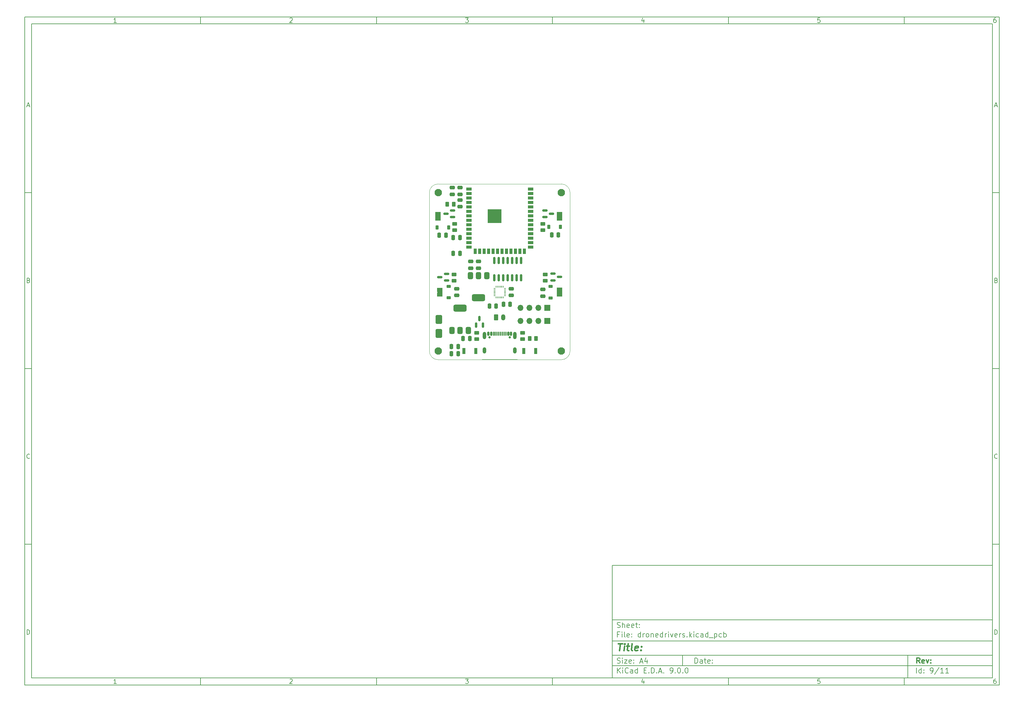
<source format=gbr>
%TF.GenerationSoftware,KiCad,Pcbnew,9.0.0*%
%TF.CreationDate,2025-03-29T01:57:50-05:00*%
%TF.ProjectId,dronedrivers,64726f6e-6564-4726-9976-6572732e6b69,rev?*%
%TF.SameCoordinates,Original*%
%TF.FileFunction,Soldermask,Top*%
%TF.FilePolarity,Negative*%
%FSLAX46Y46*%
G04 Gerber Fmt 4.6, Leading zero omitted, Abs format (unit mm)*
G04 Created by KiCad (PCBNEW 9.0.0) date 2025-03-29 01:57:50*
%MOMM*%
%LPD*%
G01*
G04 APERTURE LIST*
G04 Aperture macros list*
%AMRoundRect*
0 Rectangle with rounded corners*
0 $1 Rounding radius*
0 $2 $3 $4 $5 $6 $7 $8 $9 X,Y pos of 4 corners*
0 Add a 4 corners polygon primitive as box body*
4,1,4,$2,$3,$4,$5,$6,$7,$8,$9,$2,$3,0*
0 Add four circle primitives for the rounded corners*
1,1,$1+$1,$2,$3*
1,1,$1+$1,$4,$5*
1,1,$1+$1,$6,$7*
1,1,$1+$1,$8,$9*
0 Add four rect primitives between the rounded corners*
20,1,$1+$1,$2,$3,$4,$5,0*
20,1,$1+$1,$4,$5,$6,$7,0*
20,1,$1+$1,$6,$7,$8,$9,0*
20,1,$1+$1,$8,$9,$2,$3,0*%
%AMFreePoly0*
4,1,6,1.000000,0.000000,0.500000,-0.750000,-0.500000,-0.750000,-0.500000,0.750000,0.500000,0.750000,1.000000,0.000000,1.000000,0.000000,$1*%
%AMFreePoly1*
4,1,6,0.500000,-0.750000,-0.650000,-0.750000,-0.150000,0.000000,-0.650000,0.750000,0.500000,0.750000,0.500000,-0.750000,0.500000,-0.750000,$1*%
G04 Aperture macros list end*
%ADD10C,0.100000*%
%ADD11C,0.150000*%
%ADD12C,0.300000*%
%ADD13C,0.400000*%
%ADD14RoundRect,0.250000X-0.650000X1.000000X-0.650000X-1.000000X0.650000X-1.000000X0.650000X1.000000X0*%
%ADD15RoundRect,0.375000X0.375000X-0.625000X0.375000X0.625000X-0.375000X0.625000X-0.375000X-0.625000X0*%
%ADD16RoundRect,0.500000X1.400000X-0.500000X1.400000X0.500000X-1.400000X0.500000X-1.400000X-0.500000X0*%
%ADD17RoundRect,0.250000X0.262500X0.450000X-0.262500X0.450000X-0.262500X-0.450000X0.262500X-0.450000X0*%
%ADD18RoundRect,0.250000X-0.450000X0.262500X-0.450000X-0.262500X0.450000X-0.262500X0.450000X0.262500X0*%
%ADD19R,0.900000X1.700000*%
%ADD20RoundRect,0.225000X0.225000X0.375000X-0.225000X0.375000X-0.225000X-0.375000X0.225000X-0.375000X0*%
%ADD21RoundRect,0.250000X-0.250000X-0.475000X0.250000X-0.475000X0.250000X0.475000X-0.250000X0.475000X0*%
%ADD22R,1.500000X0.900000*%
%ADD23R,0.900000X1.500000*%
%ADD24C,0.600000*%
%ADD25R,3.900000X3.900000*%
%ADD26O,1.000000X1.800000*%
%ADD27O,1.000000X2.100000*%
%ADD28RoundRect,0.150000X-0.150000X-0.425000X0.150000X-0.425000X0.150000X0.425000X-0.150000X0.425000X0*%
%ADD29RoundRect,0.075000X-0.075000X-0.500000X0.075000X-0.500000X0.075000X0.500000X-0.075000X0.500000X0*%
%ADD30C,0.650000*%
%ADD31C,2.100000*%
%ADD32RoundRect,0.150000X0.150000X-0.825000X0.150000X0.825000X-0.150000X0.825000X-0.150000X-0.825000X0*%
%ADD33RoundRect,0.250000X0.475000X-0.250000X0.475000X0.250000X-0.475000X0.250000X-0.475000X-0.250000X0*%
%ADD34FreePoly0,90.000000*%
%ADD35FreePoly1,90.000000*%
%ADD36RoundRect,0.225000X0.375000X-0.225000X0.375000X0.225000X-0.375000X0.225000X-0.375000X-0.225000X0*%
%ADD37R,1.700000X1.700000*%
%ADD38O,1.700000X1.700000*%
%ADD39O,1.200000X1.750000*%
%ADD40RoundRect,0.250000X-0.350000X-0.625000X0.350000X-0.625000X0.350000X0.625000X-0.350000X0.625000X0*%
%ADD41RoundRect,0.150000X0.587500X0.150000X-0.587500X0.150000X-0.587500X-0.150000X0.587500X-0.150000X0*%
%ADD42RoundRect,0.150000X-0.587500X-0.150000X0.587500X-0.150000X0.587500X0.150000X-0.587500X0.150000X0*%
%ADD43RoundRect,0.250000X0.450000X-0.262500X0.450000X0.262500X-0.450000X0.262500X-0.450000X-0.262500X0*%
%ADD44RoundRect,0.150000X0.150000X-0.587500X0.150000X0.587500X-0.150000X0.587500X-0.150000X-0.587500X0*%
%ADD45RoundRect,0.250000X-0.262500X-0.450000X0.262500X-0.450000X0.262500X0.450000X-0.262500X0.450000X0*%
%ADD46RoundRect,0.375000X-0.375000X0.625000X-0.375000X-0.625000X0.375000X-0.625000X0.375000X0.625000X0*%
%ADD47RoundRect,0.500000X-1.400000X0.500000X-1.400000X-0.500000X1.400000X-0.500000X1.400000X0.500000X0*%
%ADD48RoundRect,0.050000X-0.225000X-0.050000X0.225000X-0.050000X0.225000X0.050000X-0.225000X0.050000X0*%
%ADD49RoundRect,0.050000X0.050000X-0.225000X0.050000X0.225000X-0.050000X0.225000X-0.050000X-0.225000X0*%
%ADD50RoundRect,0.250000X-0.475000X0.250000X-0.475000X-0.250000X0.475000X-0.250000X0.475000X0.250000X0*%
%ADD51RoundRect,0.250000X0.250000X0.475000X-0.250000X0.475000X-0.250000X-0.475000X0.250000X-0.475000X0*%
%ADD52RoundRect,0.225000X-0.225000X-0.375000X0.225000X-0.375000X0.225000X0.375000X-0.225000X0.375000X0*%
%TA.AperFunction,Profile*%
%ADD53C,0.050000*%
%TD*%
G04 APERTURE END LIST*
D10*
D11*
X177002200Y-166007200D02*
X285002200Y-166007200D01*
X285002200Y-198007200D01*
X177002200Y-198007200D01*
X177002200Y-166007200D01*
D10*
D11*
X10000000Y-10000000D02*
X287002200Y-10000000D01*
X287002200Y-200007200D01*
X10000000Y-200007200D01*
X10000000Y-10000000D01*
D10*
D11*
X12000000Y-12000000D02*
X285002200Y-12000000D01*
X285002200Y-198007200D01*
X12000000Y-198007200D01*
X12000000Y-12000000D01*
D10*
D11*
X60000000Y-12000000D02*
X60000000Y-10000000D01*
D10*
D11*
X110000000Y-12000000D02*
X110000000Y-10000000D01*
D10*
D11*
X160000000Y-12000000D02*
X160000000Y-10000000D01*
D10*
D11*
X210000000Y-12000000D02*
X210000000Y-10000000D01*
D10*
D11*
X260000000Y-12000000D02*
X260000000Y-10000000D01*
D10*
D11*
X36089160Y-11593604D02*
X35346303Y-11593604D01*
X35717731Y-11593604D02*
X35717731Y-10293604D01*
X35717731Y-10293604D02*
X35593922Y-10479319D01*
X35593922Y-10479319D02*
X35470112Y-10603128D01*
X35470112Y-10603128D02*
X35346303Y-10665033D01*
D10*
D11*
X85346303Y-10417414D02*
X85408207Y-10355509D01*
X85408207Y-10355509D02*
X85532017Y-10293604D01*
X85532017Y-10293604D02*
X85841541Y-10293604D01*
X85841541Y-10293604D02*
X85965350Y-10355509D01*
X85965350Y-10355509D02*
X86027255Y-10417414D01*
X86027255Y-10417414D02*
X86089160Y-10541223D01*
X86089160Y-10541223D02*
X86089160Y-10665033D01*
X86089160Y-10665033D02*
X86027255Y-10850747D01*
X86027255Y-10850747D02*
X85284398Y-11593604D01*
X85284398Y-11593604D02*
X86089160Y-11593604D01*
D10*
D11*
X135284398Y-10293604D02*
X136089160Y-10293604D01*
X136089160Y-10293604D02*
X135655826Y-10788842D01*
X135655826Y-10788842D02*
X135841541Y-10788842D01*
X135841541Y-10788842D02*
X135965350Y-10850747D01*
X135965350Y-10850747D02*
X136027255Y-10912652D01*
X136027255Y-10912652D02*
X136089160Y-11036461D01*
X136089160Y-11036461D02*
X136089160Y-11345985D01*
X136089160Y-11345985D02*
X136027255Y-11469795D01*
X136027255Y-11469795D02*
X135965350Y-11531700D01*
X135965350Y-11531700D02*
X135841541Y-11593604D01*
X135841541Y-11593604D02*
X135470112Y-11593604D01*
X135470112Y-11593604D02*
X135346303Y-11531700D01*
X135346303Y-11531700D02*
X135284398Y-11469795D01*
D10*
D11*
X185965350Y-10726938D02*
X185965350Y-11593604D01*
X185655826Y-10231700D02*
X185346303Y-11160271D01*
X185346303Y-11160271D02*
X186151064Y-11160271D01*
D10*
D11*
X236027255Y-10293604D02*
X235408207Y-10293604D01*
X235408207Y-10293604D02*
X235346303Y-10912652D01*
X235346303Y-10912652D02*
X235408207Y-10850747D01*
X235408207Y-10850747D02*
X235532017Y-10788842D01*
X235532017Y-10788842D02*
X235841541Y-10788842D01*
X235841541Y-10788842D02*
X235965350Y-10850747D01*
X235965350Y-10850747D02*
X236027255Y-10912652D01*
X236027255Y-10912652D02*
X236089160Y-11036461D01*
X236089160Y-11036461D02*
X236089160Y-11345985D01*
X236089160Y-11345985D02*
X236027255Y-11469795D01*
X236027255Y-11469795D02*
X235965350Y-11531700D01*
X235965350Y-11531700D02*
X235841541Y-11593604D01*
X235841541Y-11593604D02*
X235532017Y-11593604D01*
X235532017Y-11593604D02*
X235408207Y-11531700D01*
X235408207Y-11531700D02*
X235346303Y-11469795D01*
D10*
D11*
X285965350Y-10293604D02*
X285717731Y-10293604D01*
X285717731Y-10293604D02*
X285593922Y-10355509D01*
X285593922Y-10355509D02*
X285532017Y-10417414D01*
X285532017Y-10417414D02*
X285408207Y-10603128D01*
X285408207Y-10603128D02*
X285346303Y-10850747D01*
X285346303Y-10850747D02*
X285346303Y-11345985D01*
X285346303Y-11345985D02*
X285408207Y-11469795D01*
X285408207Y-11469795D02*
X285470112Y-11531700D01*
X285470112Y-11531700D02*
X285593922Y-11593604D01*
X285593922Y-11593604D02*
X285841541Y-11593604D01*
X285841541Y-11593604D02*
X285965350Y-11531700D01*
X285965350Y-11531700D02*
X286027255Y-11469795D01*
X286027255Y-11469795D02*
X286089160Y-11345985D01*
X286089160Y-11345985D02*
X286089160Y-11036461D01*
X286089160Y-11036461D02*
X286027255Y-10912652D01*
X286027255Y-10912652D02*
X285965350Y-10850747D01*
X285965350Y-10850747D02*
X285841541Y-10788842D01*
X285841541Y-10788842D02*
X285593922Y-10788842D01*
X285593922Y-10788842D02*
X285470112Y-10850747D01*
X285470112Y-10850747D02*
X285408207Y-10912652D01*
X285408207Y-10912652D02*
X285346303Y-11036461D01*
D10*
D11*
X60000000Y-198007200D02*
X60000000Y-200007200D01*
D10*
D11*
X110000000Y-198007200D02*
X110000000Y-200007200D01*
D10*
D11*
X160000000Y-198007200D02*
X160000000Y-200007200D01*
D10*
D11*
X210000000Y-198007200D02*
X210000000Y-200007200D01*
D10*
D11*
X260000000Y-198007200D02*
X260000000Y-200007200D01*
D10*
D11*
X36089160Y-199600804D02*
X35346303Y-199600804D01*
X35717731Y-199600804D02*
X35717731Y-198300804D01*
X35717731Y-198300804D02*
X35593922Y-198486519D01*
X35593922Y-198486519D02*
X35470112Y-198610328D01*
X35470112Y-198610328D02*
X35346303Y-198672233D01*
D10*
D11*
X85346303Y-198424614D02*
X85408207Y-198362709D01*
X85408207Y-198362709D02*
X85532017Y-198300804D01*
X85532017Y-198300804D02*
X85841541Y-198300804D01*
X85841541Y-198300804D02*
X85965350Y-198362709D01*
X85965350Y-198362709D02*
X86027255Y-198424614D01*
X86027255Y-198424614D02*
X86089160Y-198548423D01*
X86089160Y-198548423D02*
X86089160Y-198672233D01*
X86089160Y-198672233D02*
X86027255Y-198857947D01*
X86027255Y-198857947D02*
X85284398Y-199600804D01*
X85284398Y-199600804D02*
X86089160Y-199600804D01*
D10*
D11*
X135284398Y-198300804D02*
X136089160Y-198300804D01*
X136089160Y-198300804D02*
X135655826Y-198796042D01*
X135655826Y-198796042D02*
X135841541Y-198796042D01*
X135841541Y-198796042D02*
X135965350Y-198857947D01*
X135965350Y-198857947D02*
X136027255Y-198919852D01*
X136027255Y-198919852D02*
X136089160Y-199043661D01*
X136089160Y-199043661D02*
X136089160Y-199353185D01*
X136089160Y-199353185D02*
X136027255Y-199476995D01*
X136027255Y-199476995D02*
X135965350Y-199538900D01*
X135965350Y-199538900D02*
X135841541Y-199600804D01*
X135841541Y-199600804D02*
X135470112Y-199600804D01*
X135470112Y-199600804D02*
X135346303Y-199538900D01*
X135346303Y-199538900D02*
X135284398Y-199476995D01*
D10*
D11*
X185965350Y-198734138D02*
X185965350Y-199600804D01*
X185655826Y-198238900D02*
X185346303Y-199167471D01*
X185346303Y-199167471D02*
X186151064Y-199167471D01*
D10*
D11*
X236027255Y-198300804D02*
X235408207Y-198300804D01*
X235408207Y-198300804D02*
X235346303Y-198919852D01*
X235346303Y-198919852D02*
X235408207Y-198857947D01*
X235408207Y-198857947D02*
X235532017Y-198796042D01*
X235532017Y-198796042D02*
X235841541Y-198796042D01*
X235841541Y-198796042D02*
X235965350Y-198857947D01*
X235965350Y-198857947D02*
X236027255Y-198919852D01*
X236027255Y-198919852D02*
X236089160Y-199043661D01*
X236089160Y-199043661D02*
X236089160Y-199353185D01*
X236089160Y-199353185D02*
X236027255Y-199476995D01*
X236027255Y-199476995D02*
X235965350Y-199538900D01*
X235965350Y-199538900D02*
X235841541Y-199600804D01*
X235841541Y-199600804D02*
X235532017Y-199600804D01*
X235532017Y-199600804D02*
X235408207Y-199538900D01*
X235408207Y-199538900D02*
X235346303Y-199476995D01*
D10*
D11*
X285965350Y-198300804D02*
X285717731Y-198300804D01*
X285717731Y-198300804D02*
X285593922Y-198362709D01*
X285593922Y-198362709D02*
X285532017Y-198424614D01*
X285532017Y-198424614D02*
X285408207Y-198610328D01*
X285408207Y-198610328D02*
X285346303Y-198857947D01*
X285346303Y-198857947D02*
X285346303Y-199353185D01*
X285346303Y-199353185D02*
X285408207Y-199476995D01*
X285408207Y-199476995D02*
X285470112Y-199538900D01*
X285470112Y-199538900D02*
X285593922Y-199600804D01*
X285593922Y-199600804D02*
X285841541Y-199600804D01*
X285841541Y-199600804D02*
X285965350Y-199538900D01*
X285965350Y-199538900D02*
X286027255Y-199476995D01*
X286027255Y-199476995D02*
X286089160Y-199353185D01*
X286089160Y-199353185D02*
X286089160Y-199043661D01*
X286089160Y-199043661D02*
X286027255Y-198919852D01*
X286027255Y-198919852D02*
X285965350Y-198857947D01*
X285965350Y-198857947D02*
X285841541Y-198796042D01*
X285841541Y-198796042D02*
X285593922Y-198796042D01*
X285593922Y-198796042D02*
X285470112Y-198857947D01*
X285470112Y-198857947D02*
X285408207Y-198919852D01*
X285408207Y-198919852D02*
X285346303Y-199043661D01*
D10*
D11*
X10000000Y-60000000D02*
X12000000Y-60000000D01*
D10*
D11*
X10000000Y-110000000D02*
X12000000Y-110000000D01*
D10*
D11*
X10000000Y-160000000D02*
X12000000Y-160000000D01*
D10*
D11*
X10690476Y-35222176D02*
X11309523Y-35222176D01*
X10566666Y-35593604D02*
X10999999Y-34293604D01*
X10999999Y-34293604D02*
X11433333Y-35593604D01*
D10*
D11*
X11092857Y-84912652D02*
X11278571Y-84974557D01*
X11278571Y-84974557D02*
X11340476Y-85036461D01*
X11340476Y-85036461D02*
X11402380Y-85160271D01*
X11402380Y-85160271D02*
X11402380Y-85345985D01*
X11402380Y-85345985D02*
X11340476Y-85469795D01*
X11340476Y-85469795D02*
X11278571Y-85531700D01*
X11278571Y-85531700D02*
X11154761Y-85593604D01*
X11154761Y-85593604D02*
X10659523Y-85593604D01*
X10659523Y-85593604D02*
X10659523Y-84293604D01*
X10659523Y-84293604D02*
X11092857Y-84293604D01*
X11092857Y-84293604D02*
X11216666Y-84355509D01*
X11216666Y-84355509D02*
X11278571Y-84417414D01*
X11278571Y-84417414D02*
X11340476Y-84541223D01*
X11340476Y-84541223D02*
X11340476Y-84665033D01*
X11340476Y-84665033D02*
X11278571Y-84788842D01*
X11278571Y-84788842D02*
X11216666Y-84850747D01*
X11216666Y-84850747D02*
X11092857Y-84912652D01*
X11092857Y-84912652D02*
X10659523Y-84912652D01*
D10*
D11*
X11402380Y-135469795D02*
X11340476Y-135531700D01*
X11340476Y-135531700D02*
X11154761Y-135593604D01*
X11154761Y-135593604D02*
X11030952Y-135593604D01*
X11030952Y-135593604D02*
X10845238Y-135531700D01*
X10845238Y-135531700D02*
X10721428Y-135407890D01*
X10721428Y-135407890D02*
X10659523Y-135284080D01*
X10659523Y-135284080D02*
X10597619Y-135036461D01*
X10597619Y-135036461D02*
X10597619Y-134850747D01*
X10597619Y-134850747D02*
X10659523Y-134603128D01*
X10659523Y-134603128D02*
X10721428Y-134479319D01*
X10721428Y-134479319D02*
X10845238Y-134355509D01*
X10845238Y-134355509D02*
X11030952Y-134293604D01*
X11030952Y-134293604D02*
X11154761Y-134293604D01*
X11154761Y-134293604D02*
X11340476Y-134355509D01*
X11340476Y-134355509D02*
X11402380Y-134417414D01*
D10*
D11*
X10659523Y-185593604D02*
X10659523Y-184293604D01*
X10659523Y-184293604D02*
X10969047Y-184293604D01*
X10969047Y-184293604D02*
X11154761Y-184355509D01*
X11154761Y-184355509D02*
X11278571Y-184479319D01*
X11278571Y-184479319D02*
X11340476Y-184603128D01*
X11340476Y-184603128D02*
X11402380Y-184850747D01*
X11402380Y-184850747D02*
X11402380Y-185036461D01*
X11402380Y-185036461D02*
X11340476Y-185284080D01*
X11340476Y-185284080D02*
X11278571Y-185407890D01*
X11278571Y-185407890D02*
X11154761Y-185531700D01*
X11154761Y-185531700D02*
X10969047Y-185593604D01*
X10969047Y-185593604D02*
X10659523Y-185593604D01*
D10*
D11*
X287002200Y-60000000D02*
X285002200Y-60000000D01*
D10*
D11*
X287002200Y-110000000D02*
X285002200Y-110000000D01*
D10*
D11*
X287002200Y-160000000D02*
X285002200Y-160000000D01*
D10*
D11*
X285692676Y-35222176D02*
X286311723Y-35222176D01*
X285568866Y-35593604D02*
X286002199Y-34293604D01*
X286002199Y-34293604D02*
X286435533Y-35593604D01*
D10*
D11*
X286095057Y-84912652D02*
X286280771Y-84974557D01*
X286280771Y-84974557D02*
X286342676Y-85036461D01*
X286342676Y-85036461D02*
X286404580Y-85160271D01*
X286404580Y-85160271D02*
X286404580Y-85345985D01*
X286404580Y-85345985D02*
X286342676Y-85469795D01*
X286342676Y-85469795D02*
X286280771Y-85531700D01*
X286280771Y-85531700D02*
X286156961Y-85593604D01*
X286156961Y-85593604D02*
X285661723Y-85593604D01*
X285661723Y-85593604D02*
X285661723Y-84293604D01*
X285661723Y-84293604D02*
X286095057Y-84293604D01*
X286095057Y-84293604D02*
X286218866Y-84355509D01*
X286218866Y-84355509D02*
X286280771Y-84417414D01*
X286280771Y-84417414D02*
X286342676Y-84541223D01*
X286342676Y-84541223D02*
X286342676Y-84665033D01*
X286342676Y-84665033D02*
X286280771Y-84788842D01*
X286280771Y-84788842D02*
X286218866Y-84850747D01*
X286218866Y-84850747D02*
X286095057Y-84912652D01*
X286095057Y-84912652D02*
X285661723Y-84912652D01*
D10*
D11*
X286404580Y-135469795D02*
X286342676Y-135531700D01*
X286342676Y-135531700D02*
X286156961Y-135593604D01*
X286156961Y-135593604D02*
X286033152Y-135593604D01*
X286033152Y-135593604D02*
X285847438Y-135531700D01*
X285847438Y-135531700D02*
X285723628Y-135407890D01*
X285723628Y-135407890D02*
X285661723Y-135284080D01*
X285661723Y-135284080D02*
X285599819Y-135036461D01*
X285599819Y-135036461D02*
X285599819Y-134850747D01*
X285599819Y-134850747D02*
X285661723Y-134603128D01*
X285661723Y-134603128D02*
X285723628Y-134479319D01*
X285723628Y-134479319D02*
X285847438Y-134355509D01*
X285847438Y-134355509D02*
X286033152Y-134293604D01*
X286033152Y-134293604D02*
X286156961Y-134293604D01*
X286156961Y-134293604D02*
X286342676Y-134355509D01*
X286342676Y-134355509D02*
X286404580Y-134417414D01*
D10*
D11*
X285661723Y-185593604D02*
X285661723Y-184293604D01*
X285661723Y-184293604D02*
X285971247Y-184293604D01*
X285971247Y-184293604D02*
X286156961Y-184355509D01*
X286156961Y-184355509D02*
X286280771Y-184479319D01*
X286280771Y-184479319D02*
X286342676Y-184603128D01*
X286342676Y-184603128D02*
X286404580Y-184850747D01*
X286404580Y-184850747D02*
X286404580Y-185036461D01*
X286404580Y-185036461D02*
X286342676Y-185284080D01*
X286342676Y-185284080D02*
X286280771Y-185407890D01*
X286280771Y-185407890D02*
X286156961Y-185531700D01*
X286156961Y-185531700D02*
X285971247Y-185593604D01*
X285971247Y-185593604D02*
X285661723Y-185593604D01*
D10*
D11*
X200458026Y-193793328D02*
X200458026Y-192293328D01*
X200458026Y-192293328D02*
X200815169Y-192293328D01*
X200815169Y-192293328D02*
X201029455Y-192364757D01*
X201029455Y-192364757D02*
X201172312Y-192507614D01*
X201172312Y-192507614D02*
X201243741Y-192650471D01*
X201243741Y-192650471D02*
X201315169Y-192936185D01*
X201315169Y-192936185D02*
X201315169Y-193150471D01*
X201315169Y-193150471D02*
X201243741Y-193436185D01*
X201243741Y-193436185D02*
X201172312Y-193579042D01*
X201172312Y-193579042D02*
X201029455Y-193721900D01*
X201029455Y-193721900D02*
X200815169Y-193793328D01*
X200815169Y-193793328D02*
X200458026Y-193793328D01*
X202600884Y-193793328D02*
X202600884Y-193007614D01*
X202600884Y-193007614D02*
X202529455Y-192864757D01*
X202529455Y-192864757D02*
X202386598Y-192793328D01*
X202386598Y-192793328D02*
X202100884Y-192793328D01*
X202100884Y-192793328D02*
X201958026Y-192864757D01*
X202600884Y-193721900D02*
X202458026Y-193793328D01*
X202458026Y-193793328D02*
X202100884Y-193793328D01*
X202100884Y-193793328D02*
X201958026Y-193721900D01*
X201958026Y-193721900D02*
X201886598Y-193579042D01*
X201886598Y-193579042D02*
X201886598Y-193436185D01*
X201886598Y-193436185D02*
X201958026Y-193293328D01*
X201958026Y-193293328D02*
X202100884Y-193221900D01*
X202100884Y-193221900D02*
X202458026Y-193221900D01*
X202458026Y-193221900D02*
X202600884Y-193150471D01*
X203100884Y-192793328D02*
X203672312Y-192793328D01*
X203315169Y-192293328D02*
X203315169Y-193579042D01*
X203315169Y-193579042D02*
X203386598Y-193721900D01*
X203386598Y-193721900D02*
X203529455Y-193793328D01*
X203529455Y-193793328D02*
X203672312Y-193793328D01*
X204743741Y-193721900D02*
X204600884Y-193793328D01*
X204600884Y-193793328D02*
X204315170Y-193793328D01*
X204315170Y-193793328D02*
X204172312Y-193721900D01*
X204172312Y-193721900D02*
X204100884Y-193579042D01*
X204100884Y-193579042D02*
X204100884Y-193007614D01*
X204100884Y-193007614D02*
X204172312Y-192864757D01*
X204172312Y-192864757D02*
X204315170Y-192793328D01*
X204315170Y-192793328D02*
X204600884Y-192793328D01*
X204600884Y-192793328D02*
X204743741Y-192864757D01*
X204743741Y-192864757D02*
X204815170Y-193007614D01*
X204815170Y-193007614D02*
X204815170Y-193150471D01*
X204815170Y-193150471D02*
X204100884Y-193293328D01*
X205458026Y-193650471D02*
X205529455Y-193721900D01*
X205529455Y-193721900D02*
X205458026Y-193793328D01*
X205458026Y-193793328D02*
X205386598Y-193721900D01*
X205386598Y-193721900D02*
X205458026Y-193650471D01*
X205458026Y-193650471D02*
X205458026Y-193793328D01*
X205458026Y-192864757D02*
X205529455Y-192936185D01*
X205529455Y-192936185D02*
X205458026Y-193007614D01*
X205458026Y-193007614D02*
X205386598Y-192936185D01*
X205386598Y-192936185D02*
X205458026Y-192864757D01*
X205458026Y-192864757D02*
X205458026Y-193007614D01*
D10*
D11*
X177002200Y-194507200D02*
X285002200Y-194507200D01*
D10*
D11*
X178458026Y-196593328D02*
X178458026Y-195093328D01*
X179315169Y-196593328D02*
X178672312Y-195736185D01*
X179315169Y-195093328D02*
X178458026Y-195950471D01*
X179958026Y-196593328D02*
X179958026Y-195593328D01*
X179958026Y-195093328D02*
X179886598Y-195164757D01*
X179886598Y-195164757D02*
X179958026Y-195236185D01*
X179958026Y-195236185D02*
X180029455Y-195164757D01*
X180029455Y-195164757D02*
X179958026Y-195093328D01*
X179958026Y-195093328D02*
X179958026Y-195236185D01*
X181529455Y-196450471D02*
X181458027Y-196521900D01*
X181458027Y-196521900D02*
X181243741Y-196593328D01*
X181243741Y-196593328D02*
X181100884Y-196593328D01*
X181100884Y-196593328D02*
X180886598Y-196521900D01*
X180886598Y-196521900D02*
X180743741Y-196379042D01*
X180743741Y-196379042D02*
X180672312Y-196236185D01*
X180672312Y-196236185D02*
X180600884Y-195950471D01*
X180600884Y-195950471D02*
X180600884Y-195736185D01*
X180600884Y-195736185D02*
X180672312Y-195450471D01*
X180672312Y-195450471D02*
X180743741Y-195307614D01*
X180743741Y-195307614D02*
X180886598Y-195164757D01*
X180886598Y-195164757D02*
X181100884Y-195093328D01*
X181100884Y-195093328D02*
X181243741Y-195093328D01*
X181243741Y-195093328D02*
X181458027Y-195164757D01*
X181458027Y-195164757D02*
X181529455Y-195236185D01*
X182815170Y-196593328D02*
X182815170Y-195807614D01*
X182815170Y-195807614D02*
X182743741Y-195664757D01*
X182743741Y-195664757D02*
X182600884Y-195593328D01*
X182600884Y-195593328D02*
X182315170Y-195593328D01*
X182315170Y-195593328D02*
X182172312Y-195664757D01*
X182815170Y-196521900D02*
X182672312Y-196593328D01*
X182672312Y-196593328D02*
X182315170Y-196593328D01*
X182315170Y-196593328D02*
X182172312Y-196521900D01*
X182172312Y-196521900D02*
X182100884Y-196379042D01*
X182100884Y-196379042D02*
X182100884Y-196236185D01*
X182100884Y-196236185D02*
X182172312Y-196093328D01*
X182172312Y-196093328D02*
X182315170Y-196021900D01*
X182315170Y-196021900D02*
X182672312Y-196021900D01*
X182672312Y-196021900D02*
X182815170Y-195950471D01*
X184172313Y-196593328D02*
X184172313Y-195093328D01*
X184172313Y-196521900D02*
X184029455Y-196593328D01*
X184029455Y-196593328D02*
X183743741Y-196593328D01*
X183743741Y-196593328D02*
X183600884Y-196521900D01*
X183600884Y-196521900D02*
X183529455Y-196450471D01*
X183529455Y-196450471D02*
X183458027Y-196307614D01*
X183458027Y-196307614D02*
X183458027Y-195879042D01*
X183458027Y-195879042D02*
X183529455Y-195736185D01*
X183529455Y-195736185D02*
X183600884Y-195664757D01*
X183600884Y-195664757D02*
X183743741Y-195593328D01*
X183743741Y-195593328D02*
X184029455Y-195593328D01*
X184029455Y-195593328D02*
X184172313Y-195664757D01*
X186029455Y-195807614D02*
X186529455Y-195807614D01*
X186743741Y-196593328D02*
X186029455Y-196593328D01*
X186029455Y-196593328D02*
X186029455Y-195093328D01*
X186029455Y-195093328D02*
X186743741Y-195093328D01*
X187386598Y-196450471D02*
X187458027Y-196521900D01*
X187458027Y-196521900D02*
X187386598Y-196593328D01*
X187386598Y-196593328D02*
X187315170Y-196521900D01*
X187315170Y-196521900D02*
X187386598Y-196450471D01*
X187386598Y-196450471D02*
X187386598Y-196593328D01*
X188100884Y-196593328D02*
X188100884Y-195093328D01*
X188100884Y-195093328D02*
X188458027Y-195093328D01*
X188458027Y-195093328D02*
X188672313Y-195164757D01*
X188672313Y-195164757D02*
X188815170Y-195307614D01*
X188815170Y-195307614D02*
X188886599Y-195450471D01*
X188886599Y-195450471D02*
X188958027Y-195736185D01*
X188958027Y-195736185D02*
X188958027Y-195950471D01*
X188958027Y-195950471D02*
X188886599Y-196236185D01*
X188886599Y-196236185D02*
X188815170Y-196379042D01*
X188815170Y-196379042D02*
X188672313Y-196521900D01*
X188672313Y-196521900D02*
X188458027Y-196593328D01*
X188458027Y-196593328D02*
X188100884Y-196593328D01*
X189600884Y-196450471D02*
X189672313Y-196521900D01*
X189672313Y-196521900D02*
X189600884Y-196593328D01*
X189600884Y-196593328D02*
X189529456Y-196521900D01*
X189529456Y-196521900D02*
X189600884Y-196450471D01*
X189600884Y-196450471D02*
X189600884Y-196593328D01*
X190243742Y-196164757D02*
X190958028Y-196164757D01*
X190100885Y-196593328D02*
X190600885Y-195093328D01*
X190600885Y-195093328D02*
X191100885Y-196593328D01*
X191600884Y-196450471D02*
X191672313Y-196521900D01*
X191672313Y-196521900D02*
X191600884Y-196593328D01*
X191600884Y-196593328D02*
X191529456Y-196521900D01*
X191529456Y-196521900D02*
X191600884Y-196450471D01*
X191600884Y-196450471D02*
X191600884Y-196593328D01*
X193529456Y-196593328D02*
X193815170Y-196593328D01*
X193815170Y-196593328D02*
X193958027Y-196521900D01*
X193958027Y-196521900D02*
X194029456Y-196450471D01*
X194029456Y-196450471D02*
X194172313Y-196236185D01*
X194172313Y-196236185D02*
X194243742Y-195950471D01*
X194243742Y-195950471D02*
X194243742Y-195379042D01*
X194243742Y-195379042D02*
X194172313Y-195236185D01*
X194172313Y-195236185D02*
X194100885Y-195164757D01*
X194100885Y-195164757D02*
X193958027Y-195093328D01*
X193958027Y-195093328D02*
X193672313Y-195093328D01*
X193672313Y-195093328D02*
X193529456Y-195164757D01*
X193529456Y-195164757D02*
X193458027Y-195236185D01*
X193458027Y-195236185D02*
X193386599Y-195379042D01*
X193386599Y-195379042D02*
X193386599Y-195736185D01*
X193386599Y-195736185D02*
X193458027Y-195879042D01*
X193458027Y-195879042D02*
X193529456Y-195950471D01*
X193529456Y-195950471D02*
X193672313Y-196021900D01*
X193672313Y-196021900D02*
X193958027Y-196021900D01*
X193958027Y-196021900D02*
X194100885Y-195950471D01*
X194100885Y-195950471D02*
X194172313Y-195879042D01*
X194172313Y-195879042D02*
X194243742Y-195736185D01*
X194886598Y-196450471D02*
X194958027Y-196521900D01*
X194958027Y-196521900D02*
X194886598Y-196593328D01*
X194886598Y-196593328D02*
X194815170Y-196521900D01*
X194815170Y-196521900D02*
X194886598Y-196450471D01*
X194886598Y-196450471D02*
X194886598Y-196593328D01*
X195886599Y-195093328D02*
X196029456Y-195093328D01*
X196029456Y-195093328D02*
X196172313Y-195164757D01*
X196172313Y-195164757D02*
X196243742Y-195236185D01*
X196243742Y-195236185D02*
X196315170Y-195379042D01*
X196315170Y-195379042D02*
X196386599Y-195664757D01*
X196386599Y-195664757D02*
X196386599Y-196021900D01*
X196386599Y-196021900D02*
X196315170Y-196307614D01*
X196315170Y-196307614D02*
X196243742Y-196450471D01*
X196243742Y-196450471D02*
X196172313Y-196521900D01*
X196172313Y-196521900D02*
X196029456Y-196593328D01*
X196029456Y-196593328D02*
X195886599Y-196593328D01*
X195886599Y-196593328D02*
X195743742Y-196521900D01*
X195743742Y-196521900D02*
X195672313Y-196450471D01*
X195672313Y-196450471D02*
X195600884Y-196307614D01*
X195600884Y-196307614D02*
X195529456Y-196021900D01*
X195529456Y-196021900D02*
X195529456Y-195664757D01*
X195529456Y-195664757D02*
X195600884Y-195379042D01*
X195600884Y-195379042D02*
X195672313Y-195236185D01*
X195672313Y-195236185D02*
X195743742Y-195164757D01*
X195743742Y-195164757D02*
X195886599Y-195093328D01*
X197029455Y-196450471D02*
X197100884Y-196521900D01*
X197100884Y-196521900D02*
X197029455Y-196593328D01*
X197029455Y-196593328D02*
X196958027Y-196521900D01*
X196958027Y-196521900D02*
X197029455Y-196450471D01*
X197029455Y-196450471D02*
X197029455Y-196593328D01*
X198029456Y-195093328D02*
X198172313Y-195093328D01*
X198172313Y-195093328D02*
X198315170Y-195164757D01*
X198315170Y-195164757D02*
X198386599Y-195236185D01*
X198386599Y-195236185D02*
X198458027Y-195379042D01*
X198458027Y-195379042D02*
X198529456Y-195664757D01*
X198529456Y-195664757D02*
X198529456Y-196021900D01*
X198529456Y-196021900D02*
X198458027Y-196307614D01*
X198458027Y-196307614D02*
X198386599Y-196450471D01*
X198386599Y-196450471D02*
X198315170Y-196521900D01*
X198315170Y-196521900D02*
X198172313Y-196593328D01*
X198172313Y-196593328D02*
X198029456Y-196593328D01*
X198029456Y-196593328D02*
X197886599Y-196521900D01*
X197886599Y-196521900D02*
X197815170Y-196450471D01*
X197815170Y-196450471D02*
X197743741Y-196307614D01*
X197743741Y-196307614D02*
X197672313Y-196021900D01*
X197672313Y-196021900D02*
X197672313Y-195664757D01*
X197672313Y-195664757D02*
X197743741Y-195379042D01*
X197743741Y-195379042D02*
X197815170Y-195236185D01*
X197815170Y-195236185D02*
X197886599Y-195164757D01*
X197886599Y-195164757D02*
X198029456Y-195093328D01*
D10*
D11*
X177002200Y-191507200D02*
X285002200Y-191507200D01*
D10*
D12*
X264413853Y-193785528D02*
X263913853Y-193071242D01*
X263556710Y-193785528D02*
X263556710Y-192285528D01*
X263556710Y-192285528D02*
X264128139Y-192285528D01*
X264128139Y-192285528D02*
X264270996Y-192356957D01*
X264270996Y-192356957D02*
X264342425Y-192428385D01*
X264342425Y-192428385D02*
X264413853Y-192571242D01*
X264413853Y-192571242D02*
X264413853Y-192785528D01*
X264413853Y-192785528D02*
X264342425Y-192928385D01*
X264342425Y-192928385D02*
X264270996Y-192999814D01*
X264270996Y-192999814D02*
X264128139Y-193071242D01*
X264128139Y-193071242D02*
X263556710Y-193071242D01*
X265628139Y-193714100D02*
X265485282Y-193785528D01*
X265485282Y-193785528D02*
X265199568Y-193785528D01*
X265199568Y-193785528D02*
X265056710Y-193714100D01*
X265056710Y-193714100D02*
X264985282Y-193571242D01*
X264985282Y-193571242D02*
X264985282Y-192999814D01*
X264985282Y-192999814D02*
X265056710Y-192856957D01*
X265056710Y-192856957D02*
X265199568Y-192785528D01*
X265199568Y-192785528D02*
X265485282Y-192785528D01*
X265485282Y-192785528D02*
X265628139Y-192856957D01*
X265628139Y-192856957D02*
X265699568Y-192999814D01*
X265699568Y-192999814D02*
X265699568Y-193142671D01*
X265699568Y-193142671D02*
X264985282Y-193285528D01*
X266199567Y-192785528D02*
X266556710Y-193785528D01*
X266556710Y-193785528D02*
X266913853Y-192785528D01*
X267485281Y-193642671D02*
X267556710Y-193714100D01*
X267556710Y-193714100D02*
X267485281Y-193785528D01*
X267485281Y-193785528D02*
X267413853Y-193714100D01*
X267413853Y-193714100D02*
X267485281Y-193642671D01*
X267485281Y-193642671D02*
X267485281Y-193785528D01*
X267485281Y-192856957D02*
X267556710Y-192928385D01*
X267556710Y-192928385D02*
X267485281Y-192999814D01*
X267485281Y-192999814D02*
X267413853Y-192928385D01*
X267413853Y-192928385D02*
X267485281Y-192856957D01*
X267485281Y-192856957D02*
X267485281Y-192999814D01*
D10*
D11*
X178386598Y-193721900D02*
X178600884Y-193793328D01*
X178600884Y-193793328D02*
X178958026Y-193793328D01*
X178958026Y-193793328D02*
X179100884Y-193721900D01*
X179100884Y-193721900D02*
X179172312Y-193650471D01*
X179172312Y-193650471D02*
X179243741Y-193507614D01*
X179243741Y-193507614D02*
X179243741Y-193364757D01*
X179243741Y-193364757D02*
X179172312Y-193221900D01*
X179172312Y-193221900D02*
X179100884Y-193150471D01*
X179100884Y-193150471D02*
X178958026Y-193079042D01*
X178958026Y-193079042D02*
X178672312Y-193007614D01*
X178672312Y-193007614D02*
X178529455Y-192936185D01*
X178529455Y-192936185D02*
X178458026Y-192864757D01*
X178458026Y-192864757D02*
X178386598Y-192721900D01*
X178386598Y-192721900D02*
X178386598Y-192579042D01*
X178386598Y-192579042D02*
X178458026Y-192436185D01*
X178458026Y-192436185D02*
X178529455Y-192364757D01*
X178529455Y-192364757D02*
X178672312Y-192293328D01*
X178672312Y-192293328D02*
X179029455Y-192293328D01*
X179029455Y-192293328D02*
X179243741Y-192364757D01*
X179886597Y-193793328D02*
X179886597Y-192793328D01*
X179886597Y-192293328D02*
X179815169Y-192364757D01*
X179815169Y-192364757D02*
X179886597Y-192436185D01*
X179886597Y-192436185D02*
X179958026Y-192364757D01*
X179958026Y-192364757D02*
X179886597Y-192293328D01*
X179886597Y-192293328D02*
X179886597Y-192436185D01*
X180458026Y-192793328D02*
X181243741Y-192793328D01*
X181243741Y-192793328D02*
X180458026Y-193793328D01*
X180458026Y-193793328D02*
X181243741Y-193793328D01*
X182386598Y-193721900D02*
X182243741Y-193793328D01*
X182243741Y-193793328D02*
X181958027Y-193793328D01*
X181958027Y-193793328D02*
X181815169Y-193721900D01*
X181815169Y-193721900D02*
X181743741Y-193579042D01*
X181743741Y-193579042D02*
X181743741Y-193007614D01*
X181743741Y-193007614D02*
X181815169Y-192864757D01*
X181815169Y-192864757D02*
X181958027Y-192793328D01*
X181958027Y-192793328D02*
X182243741Y-192793328D01*
X182243741Y-192793328D02*
X182386598Y-192864757D01*
X182386598Y-192864757D02*
X182458027Y-193007614D01*
X182458027Y-193007614D02*
X182458027Y-193150471D01*
X182458027Y-193150471D02*
X181743741Y-193293328D01*
X183100883Y-193650471D02*
X183172312Y-193721900D01*
X183172312Y-193721900D02*
X183100883Y-193793328D01*
X183100883Y-193793328D02*
X183029455Y-193721900D01*
X183029455Y-193721900D02*
X183100883Y-193650471D01*
X183100883Y-193650471D02*
X183100883Y-193793328D01*
X183100883Y-192864757D02*
X183172312Y-192936185D01*
X183172312Y-192936185D02*
X183100883Y-193007614D01*
X183100883Y-193007614D02*
X183029455Y-192936185D01*
X183029455Y-192936185D02*
X183100883Y-192864757D01*
X183100883Y-192864757D02*
X183100883Y-193007614D01*
X184886598Y-193364757D02*
X185600884Y-193364757D01*
X184743741Y-193793328D02*
X185243741Y-192293328D01*
X185243741Y-192293328D02*
X185743741Y-193793328D01*
X186886598Y-192793328D02*
X186886598Y-193793328D01*
X186529455Y-192221900D02*
X186172312Y-193293328D01*
X186172312Y-193293328D02*
X187100883Y-193293328D01*
D10*
D11*
X263458026Y-196593328D02*
X263458026Y-195093328D01*
X264815170Y-196593328D02*
X264815170Y-195093328D01*
X264815170Y-196521900D02*
X264672312Y-196593328D01*
X264672312Y-196593328D02*
X264386598Y-196593328D01*
X264386598Y-196593328D02*
X264243741Y-196521900D01*
X264243741Y-196521900D02*
X264172312Y-196450471D01*
X264172312Y-196450471D02*
X264100884Y-196307614D01*
X264100884Y-196307614D02*
X264100884Y-195879042D01*
X264100884Y-195879042D02*
X264172312Y-195736185D01*
X264172312Y-195736185D02*
X264243741Y-195664757D01*
X264243741Y-195664757D02*
X264386598Y-195593328D01*
X264386598Y-195593328D02*
X264672312Y-195593328D01*
X264672312Y-195593328D02*
X264815170Y-195664757D01*
X265529455Y-196450471D02*
X265600884Y-196521900D01*
X265600884Y-196521900D02*
X265529455Y-196593328D01*
X265529455Y-196593328D02*
X265458027Y-196521900D01*
X265458027Y-196521900D02*
X265529455Y-196450471D01*
X265529455Y-196450471D02*
X265529455Y-196593328D01*
X265529455Y-195664757D02*
X265600884Y-195736185D01*
X265600884Y-195736185D02*
X265529455Y-195807614D01*
X265529455Y-195807614D02*
X265458027Y-195736185D01*
X265458027Y-195736185D02*
X265529455Y-195664757D01*
X265529455Y-195664757D02*
X265529455Y-195807614D01*
X267458027Y-196593328D02*
X267743741Y-196593328D01*
X267743741Y-196593328D02*
X267886598Y-196521900D01*
X267886598Y-196521900D02*
X267958027Y-196450471D01*
X267958027Y-196450471D02*
X268100884Y-196236185D01*
X268100884Y-196236185D02*
X268172313Y-195950471D01*
X268172313Y-195950471D02*
X268172313Y-195379042D01*
X268172313Y-195379042D02*
X268100884Y-195236185D01*
X268100884Y-195236185D02*
X268029456Y-195164757D01*
X268029456Y-195164757D02*
X267886598Y-195093328D01*
X267886598Y-195093328D02*
X267600884Y-195093328D01*
X267600884Y-195093328D02*
X267458027Y-195164757D01*
X267458027Y-195164757D02*
X267386598Y-195236185D01*
X267386598Y-195236185D02*
X267315170Y-195379042D01*
X267315170Y-195379042D02*
X267315170Y-195736185D01*
X267315170Y-195736185D02*
X267386598Y-195879042D01*
X267386598Y-195879042D02*
X267458027Y-195950471D01*
X267458027Y-195950471D02*
X267600884Y-196021900D01*
X267600884Y-196021900D02*
X267886598Y-196021900D01*
X267886598Y-196021900D02*
X268029456Y-195950471D01*
X268029456Y-195950471D02*
X268100884Y-195879042D01*
X268100884Y-195879042D02*
X268172313Y-195736185D01*
X269886598Y-195021900D02*
X268600884Y-196950471D01*
X271172313Y-196593328D02*
X270315170Y-196593328D01*
X270743741Y-196593328D02*
X270743741Y-195093328D01*
X270743741Y-195093328D02*
X270600884Y-195307614D01*
X270600884Y-195307614D02*
X270458027Y-195450471D01*
X270458027Y-195450471D02*
X270315170Y-195521900D01*
X272600884Y-196593328D02*
X271743741Y-196593328D01*
X272172312Y-196593328D02*
X272172312Y-195093328D01*
X272172312Y-195093328D02*
X272029455Y-195307614D01*
X272029455Y-195307614D02*
X271886598Y-195450471D01*
X271886598Y-195450471D02*
X271743741Y-195521900D01*
D10*
D11*
X177002200Y-187507200D02*
X285002200Y-187507200D01*
D10*
D13*
X178693928Y-188211638D02*
X179836785Y-188211638D01*
X179015357Y-190211638D02*
X179265357Y-188211638D01*
X180253452Y-190211638D02*
X180420119Y-188878304D01*
X180503452Y-188211638D02*
X180396309Y-188306876D01*
X180396309Y-188306876D02*
X180479643Y-188402114D01*
X180479643Y-188402114D02*
X180586786Y-188306876D01*
X180586786Y-188306876D02*
X180503452Y-188211638D01*
X180503452Y-188211638D02*
X180479643Y-188402114D01*
X181086786Y-188878304D02*
X181848690Y-188878304D01*
X181455833Y-188211638D02*
X181241548Y-189925923D01*
X181241548Y-189925923D02*
X181312976Y-190116400D01*
X181312976Y-190116400D02*
X181491548Y-190211638D01*
X181491548Y-190211638D02*
X181682024Y-190211638D01*
X182634405Y-190211638D02*
X182455833Y-190116400D01*
X182455833Y-190116400D02*
X182384405Y-189925923D01*
X182384405Y-189925923D02*
X182598690Y-188211638D01*
X184170119Y-190116400D02*
X183967738Y-190211638D01*
X183967738Y-190211638D02*
X183586785Y-190211638D01*
X183586785Y-190211638D02*
X183408214Y-190116400D01*
X183408214Y-190116400D02*
X183336785Y-189925923D01*
X183336785Y-189925923D02*
X183432024Y-189164019D01*
X183432024Y-189164019D02*
X183551071Y-188973542D01*
X183551071Y-188973542D02*
X183753452Y-188878304D01*
X183753452Y-188878304D02*
X184134404Y-188878304D01*
X184134404Y-188878304D02*
X184312976Y-188973542D01*
X184312976Y-188973542D02*
X184384404Y-189164019D01*
X184384404Y-189164019D02*
X184360595Y-189354495D01*
X184360595Y-189354495D02*
X183384404Y-189544971D01*
X185134405Y-190021161D02*
X185217738Y-190116400D01*
X185217738Y-190116400D02*
X185110595Y-190211638D01*
X185110595Y-190211638D02*
X185027262Y-190116400D01*
X185027262Y-190116400D02*
X185134405Y-190021161D01*
X185134405Y-190021161D02*
X185110595Y-190211638D01*
X185265357Y-188973542D02*
X185348690Y-189068780D01*
X185348690Y-189068780D02*
X185241548Y-189164019D01*
X185241548Y-189164019D02*
X185158214Y-189068780D01*
X185158214Y-189068780D02*
X185265357Y-188973542D01*
X185265357Y-188973542D02*
X185241548Y-189164019D01*
D10*
D11*
X178958026Y-185607614D02*
X178458026Y-185607614D01*
X178458026Y-186393328D02*
X178458026Y-184893328D01*
X178458026Y-184893328D02*
X179172312Y-184893328D01*
X179743740Y-186393328D02*
X179743740Y-185393328D01*
X179743740Y-184893328D02*
X179672312Y-184964757D01*
X179672312Y-184964757D02*
X179743740Y-185036185D01*
X179743740Y-185036185D02*
X179815169Y-184964757D01*
X179815169Y-184964757D02*
X179743740Y-184893328D01*
X179743740Y-184893328D02*
X179743740Y-185036185D01*
X180672312Y-186393328D02*
X180529455Y-186321900D01*
X180529455Y-186321900D02*
X180458026Y-186179042D01*
X180458026Y-186179042D02*
X180458026Y-184893328D01*
X181815169Y-186321900D02*
X181672312Y-186393328D01*
X181672312Y-186393328D02*
X181386598Y-186393328D01*
X181386598Y-186393328D02*
X181243740Y-186321900D01*
X181243740Y-186321900D02*
X181172312Y-186179042D01*
X181172312Y-186179042D02*
X181172312Y-185607614D01*
X181172312Y-185607614D02*
X181243740Y-185464757D01*
X181243740Y-185464757D02*
X181386598Y-185393328D01*
X181386598Y-185393328D02*
X181672312Y-185393328D01*
X181672312Y-185393328D02*
X181815169Y-185464757D01*
X181815169Y-185464757D02*
X181886598Y-185607614D01*
X181886598Y-185607614D02*
X181886598Y-185750471D01*
X181886598Y-185750471D02*
X181172312Y-185893328D01*
X182529454Y-186250471D02*
X182600883Y-186321900D01*
X182600883Y-186321900D02*
X182529454Y-186393328D01*
X182529454Y-186393328D02*
X182458026Y-186321900D01*
X182458026Y-186321900D02*
X182529454Y-186250471D01*
X182529454Y-186250471D02*
X182529454Y-186393328D01*
X182529454Y-185464757D02*
X182600883Y-185536185D01*
X182600883Y-185536185D02*
X182529454Y-185607614D01*
X182529454Y-185607614D02*
X182458026Y-185536185D01*
X182458026Y-185536185D02*
X182529454Y-185464757D01*
X182529454Y-185464757D02*
X182529454Y-185607614D01*
X185029455Y-186393328D02*
X185029455Y-184893328D01*
X185029455Y-186321900D02*
X184886597Y-186393328D01*
X184886597Y-186393328D02*
X184600883Y-186393328D01*
X184600883Y-186393328D02*
X184458026Y-186321900D01*
X184458026Y-186321900D02*
X184386597Y-186250471D01*
X184386597Y-186250471D02*
X184315169Y-186107614D01*
X184315169Y-186107614D02*
X184315169Y-185679042D01*
X184315169Y-185679042D02*
X184386597Y-185536185D01*
X184386597Y-185536185D02*
X184458026Y-185464757D01*
X184458026Y-185464757D02*
X184600883Y-185393328D01*
X184600883Y-185393328D02*
X184886597Y-185393328D01*
X184886597Y-185393328D02*
X185029455Y-185464757D01*
X185743740Y-186393328D02*
X185743740Y-185393328D01*
X185743740Y-185679042D02*
X185815169Y-185536185D01*
X185815169Y-185536185D02*
X185886598Y-185464757D01*
X185886598Y-185464757D02*
X186029455Y-185393328D01*
X186029455Y-185393328D02*
X186172312Y-185393328D01*
X186886597Y-186393328D02*
X186743740Y-186321900D01*
X186743740Y-186321900D02*
X186672311Y-186250471D01*
X186672311Y-186250471D02*
X186600883Y-186107614D01*
X186600883Y-186107614D02*
X186600883Y-185679042D01*
X186600883Y-185679042D02*
X186672311Y-185536185D01*
X186672311Y-185536185D02*
X186743740Y-185464757D01*
X186743740Y-185464757D02*
X186886597Y-185393328D01*
X186886597Y-185393328D02*
X187100883Y-185393328D01*
X187100883Y-185393328D02*
X187243740Y-185464757D01*
X187243740Y-185464757D02*
X187315169Y-185536185D01*
X187315169Y-185536185D02*
X187386597Y-185679042D01*
X187386597Y-185679042D02*
X187386597Y-186107614D01*
X187386597Y-186107614D02*
X187315169Y-186250471D01*
X187315169Y-186250471D02*
X187243740Y-186321900D01*
X187243740Y-186321900D02*
X187100883Y-186393328D01*
X187100883Y-186393328D02*
X186886597Y-186393328D01*
X188029454Y-185393328D02*
X188029454Y-186393328D01*
X188029454Y-185536185D02*
X188100883Y-185464757D01*
X188100883Y-185464757D02*
X188243740Y-185393328D01*
X188243740Y-185393328D02*
X188458026Y-185393328D01*
X188458026Y-185393328D02*
X188600883Y-185464757D01*
X188600883Y-185464757D02*
X188672312Y-185607614D01*
X188672312Y-185607614D02*
X188672312Y-186393328D01*
X189958026Y-186321900D02*
X189815169Y-186393328D01*
X189815169Y-186393328D02*
X189529455Y-186393328D01*
X189529455Y-186393328D02*
X189386597Y-186321900D01*
X189386597Y-186321900D02*
X189315169Y-186179042D01*
X189315169Y-186179042D02*
X189315169Y-185607614D01*
X189315169Y-185607614D02*
X189386597Y-185464757D01*
X189386597Y-185464757D02*
X189529455Y-185393328D01*
X189529455Y-185393328D02*
X189815169Y-185393328D01*
X189815169Y-185393328D02*
X189958026Y-185464757D01*
X189958026Y-185464757D02*
X190029455Y-185607614D01*
X190029455Y-185607614D02*
X190029455Y-185750471D01*
X190029455Y-185750471D02*
X189315169Y-185893328D01*
X191315169Y-186393328D02*
X191315169Y-184893328D01*
X191315169Y-186321900D02*
X191172311Y-186393328D01*
X191172311Y-186393328D02*
X190886597Y-186393328D01*
X190886597Y-186393328D02*
X190743740Y-186321900D01*
X190743740Y-186321900D02*
X190672311Y-186250471D01*
X190672311Y-186250471D02*
X190600883Y-186107614D01*
X190600883Y-186107614D02*
X190600883Y-185679042D01*
X190600883Y-185679042D02*
X190672311Y-185536185D01*
X190672311Y-185536185D02*
X190743740Y-185464757D01*
X190743740Y-185464757D02*
X190886597Y-185393328D01*
X190886597Y-185393328D02*
X191172311Y-185393328D01*
X191172311Y-185393328D02*
X191315169Y-185464757D01*
X192029454Y-186393328D02*
X192029454Y-185393328D01*
X192029454Y-185679042D02*
X192100883Y-185536185D01*
X192100883Y-185536185D02*
X192172312Y-185464757D01*
X192172312Y-185464757D02*
X192315169Y-185393328D01*
X192315169Y-185393328D02*
X192458026Y-185393328D01*
X192958025Y-186393328D02*
X192958025Y-185393328D01*
X192958025Y-184893328D02*
X192886597Y-184964757D01*
X192886597Y-184964757D02*
X192958025Y-185036185D01*
X192958025Y-185036185D02*
X193029454Y-184964757D01*
X193029454Y-184964757D02*
X192958025Y-184893328D01*
X192958025Y-184893328D02*
X192958025Y-185036185D01*
X193529454Y-185393328D02*
X193886597Y-186393328D01*
X193886597Y-186393328D02*
X194243740Y-185393328D01*
X195386597Y-186321900D02*
X195243740Y-186393328D01*
X195243740Y-186393328D02*
X194958026Y-186393328D01*
X194958026Y-186393328D02*
X194815168Y-186321900D01*
X194815168Y-186321900D02*
X194743740Y-186179042D01*
X194743740Y-186179042D02*
X194743740Y-185607614D01*
X194743740Y-185607614D02*
X194815168Y-185464757D01*
X194815168Y-185464757D02*
X194958026Y-185393328D01*
X194958026Y-185393328D02*
X195243740Y-185393328D01*
X195243740Y-185393328D02*
X195386597Y-185464757D01*
X195386597Y-185464757D02*
X195458026Y-185607614D01*
X195458026Y-185607614D02*
X195458026Y-185750471D01*
X195458026Y-185750471D02*
X194743740Y-185893328D01*
X196100882Y-186393328D02*
X196100882Y-185393328D01*
X196100882Y-185679042D02*
X196172311Y-185536185D01*
X196172311Y-185536185D02*
X196243740Y-185464757D01*
X196243740Y-185464757D02*
X196386597Y-185393328D01*
X196386597Y-185393328D02*
X196529454Y-185393328D01*
X196958025Y-186321900D02*
X197100882Y-186393328D01*
X197100882Y-186393328D02*
X197386596Y-186393328D01*
X197386596Y-186393328D02*
X197529453Y-186321900D01*
X197529453Y-186321900D02*
X197600882Y-186179042D01*
X197600882Y-186179042D02*
X197600882Y-186107614D01*
X197600882Y-186107614D02*
X197529453Y-185964757D01*
X197529453Y-185964757D02*
X197386596Y-185893328D01*
X197386596Y-185893328D02*
X197172311Y-185893328D01*
X197172311Y-185893328D02*
X197029453Y-185821900D01*
X197029453Y-185821900D02*
X196958025Y-185679042D01*
X196958025Y-185679042D02*
X196958025Y-185607614D01*
X196958025Y-185607614D02*
X197029453Y-185464757D01*
X197029453Y-185464757D02*
X197172311Y-185393328D01*
X197172311Y-185393328D02*
X197386596Y-185393328D01*
X197386596Y-185393328D02*
X197529453Y-185464757D01*
X198243739Y-186250471D02*
X198315168Y-186321900D01*
X198315168Y-186321900D02*
X198243739Y-186393328D01*
X198243739Y-186393328D02*
X198172311Y-186321900D01*
X198172311Y-186321900D02*
X198243739Y-186250471D01*
X198243739Y-186250471D02*
X198243739Y-186393328D01*
X198958025Y-186393328D02*
X198958025Y-184893328D01*
X199100883Y-185821900D02*
X199529454Y-186393328D01*
X199529454Y-185393328D02*
X198958025Y-185964757D01*
X200172311Y-186393328D02*
X200172311Y-185393328D01*
X200172311Y-184893328D02*
X200100883Y-184964757D01*
X200100883Y-184964757D02*
X200172311Y-185036185D01*
X200172311Y-185036185D02*
X200243740Y-184964757D01*
X200243740Y-184964757D02*
X200172311Y-184893328D01*
X200172311Y-184893328D02*
X200172311Y-185036185D01*
X201529455Y-186321900D02*
X201386597Y-186393328D01*
X201386597Y-186393328D02*
X201100883Y-186393328D01*
X201100883Y-186393328D02*
X200958026Y-186321900D01*
X200958026Y-186321900D02*
X200886597Y-186250471D01*
X200886597Y-186250471D02*
X200815169Y-186107614D01*
X200815169Y-186107614D02*
X200815169Y-185679042D01*
X200815169Y-185679042D02*
X200886597Y-185536185D01*
X200886597Y-185536185D02*
X200958026Y-185464757D01*
X200958026Y-185464757D02*
X201100883Y-185393328D01*
X201100883Y-185393328D02*
X201386597Y-185393328D01*
X201386597Y-185393328D02*
X201529455Y-185464757D01*
X202815169Y-186393328D02*
X202815169Y-185607614D01*
X202815169Y-185607614D02*
X202743740Y-185464757D01*
X202743740Y-185464757D02*
X202600883Y-185393328D01*
X202600883Y-185393328D02*
X202315169Y-185393328D01*
X202315169Y-185393328D02*
X202172311Y-185464757D01*
X202815169Y-186321900D02*
X202672311Y-186393328D01*
X202672311Y-186393328D02*
X202315169Y-186393328D01*
X202315169Y-186393328D02*
X202172311Y-186321900D01*
X202172311Y-186321900D02*
X202100883Y-186179042D01*
X202100883Y-186179042D02*
X202100883Y-186036185D01*
X202100883Y-186036185D02*
X202172311Y-185893328D01*
X202172311Y-185893328D02*
X202315169Y-185821900D01*
X202315169Y-185821900D02*
X202672311Y-185821900D01*
X202672311Y-185821900D02*
X202815169Y-185750471D01*
X204172312Y-186393328D02*
X204172312Y-184893328D01*
X204172312Y-186321900D02*
X204029454Y-186393328D01*
X204029454Y-186393328D02*
X203743740Y-186393328D01*
X203743740Y-186393328D02*
X203600883Y-186321900D01*
X203600883Y-186321900D02*
X203529454Y-186250471D01*
X203529454Y-186250471D02*
X203458026Y-186107614D01*
X203458026Y-186107614D02*
X203458026Y-185679042D01*
X203458026Y-185679042D02*
X203529454Y-185536185D01*
X203529454Y-185536185D02*
X203600883Y-185464757D01*
X203600883Y-185464757D02*
X203743740Y-185393328D01*
X203743740Y-185393328D02*
X204029454Y-185393328D01*
X204029454Y-185393328D02*
X204172312Y-185464757D01*
X204529455Y-186536185D02*
X205672312Y-186536185D01*
X206029454Y-185393328D02*
X206029454Y-186893328D01*
X206029454Y-185464757D02*
X206172312Y-185393328D01*
X206172312Y-185393328D02*
X206458026Y-185393328D01*
X206458026Y-185393328D02*
X206600883Y-185464757D01*
X206600883Y-185464757D02*
X206672312Y-185536185D01*
X206672312Y-185536185D02*
X206743740Y-185679042D01*
X206743740Y-185679042D02*
X206743740Y-186107614D01*
X206743740Y-186107614D02*
X206672312Y-186250471D01*
X206672312Y-186250471D02*
X206600883Y-186321900D01*
X206600883Y-186321900D02*
X206458026Y-186393328D01*
X206458026Y-186393328D02*
X206172312Y-186393328D01*
X206172312Y-186393328D02*
X206029454Y-186321900D01*
X208029455Y-186321900D02*
X207886597Y-186393328D01*
X207886597Y-186393328D02*
X207600883Y-186393328D01*
X207600883Y-186393328D02*
X207458026Y-186321900D01*
X207458026Y-186321900D02*
X207386597Y-186250471D01*
X207386597Y-186250471D02*
X207315169Y-186107614D01*
X207315169Y-186107614D02*
X207315169Y-185679042D01*
X207315169Y-185679042D02*
X207386597Y-185536185D01*
X207386597Y-185536185D02*
X207458026Y-185464757D01*
X207458026Y-185464757D02*
X207600883Y-185393328D01*
X207600883Y-185393328D02*
X207886597Y-185393328D01*
X207886597Y-185393328D02*
X208029455Y-185464757D01*
X208672311Y-186393328D02*
X208672311Y-184893328D01*
X208672311Y-185464757D02*
X208815169Y-185393328D01*
X208815169Y-185393328D02*
X209100883Y-185393328D01*
X209100883Y-185393328D02*
X209243740Y-185464757D01*
X209243740Y-185464757D02*
X209315169Y-185536185D01*
X209315169Y-185536185D02*
X209386597Y-185679042D01*
X209386597Y-185679042D02*
X209386597Y-186107614D01*
X209386597Y-186107614D02*
X209315169Y-186250471D01*
X209315169Y-186250471D02*
X209243740Y-186321900D01*
X209243740Y-186321900D02*
X209100883Y-186393328D01*
X209100883Y-186393328D02*
X208815169Y-186393328D01*
X208815169Y-186393328D02*
X208672311Y-186321900D01*
D10*
D11*
X177002200Y-181507200D02*
X285002200Y-181507200D01*
D10*
D11*
X178386598Y-183621900D02*
X178600884Y-183693328D01*
X178600884Y-183693328D02*
X178958026Y-183693328D01*
X178958026Y-183693328D02*
X179100884Y-183621900D01*
X179100884Y-183621900D02*
X179172312Y-183550471D01*
X179172312Y-183550471D02*
X179243741Y-183407614D01*
X179243741Y-183407614D02*
X179243741Y-183264757D01*
X179243741Y-183264757D02*
X179172312Y-183121900D01*
X179172312Y-183121900D02*
X179100884Y-183050471D01*
X179100884Y-183050471D02*
X178958026Y-182979042D01*
X178958026Y-182979042D02*
X178672312Y-182907614D01*
X178672312Y-182907614D02*
X178529455Y-182836185D01*
X178529455Y-182836185D02*
X178458026Y-182764757D01*
X178458026Y-182764757D02*
X178386598Y-182621900D01*
X178386598Y-182621900D02*
X178386598Y-182479042D01*
X178386598Y-182479042D02*
X178458026Y-182336185D01*
X178458026Y-182336185D02*
X178529455Y-182264757D01*
X178529455Y-182264757D02*
X178672312Y-182193328D01*
X178672312Y-182193328D02*
X179029455Y-182193328D01*
X179029455Y-182193328D02*
X179243741Y-182264757D01*
X179886597Y-183693328D02*
X179886597Y-182193328D01*
X180529455Y-183693328D02*
X180529455Y-182907614D01*
X180529455Y-182907614D02*
X180458026Y-182764757D01*
X180458026Y-182764757D02*
X180315169Y-182693328D01*
X180315169Y-182693328D02*
X180100883Y-182693328D01*
X180100883Y-182693328D02*
X179958026Y-182764757D01*
X179958026Y-182764757D02*
X179886597Y-182836185D01*
X181815169Y-183621900D02*
X181672312Y-183693328D01*
X181672312Y-183693328D02*
X181386598Y-183693328D01*
X181386598Y-183693328D02*
X181243740Y-183621900D01*
X181243740Y-183621900D02*
X181172312Y-183479042D01*
X181172312Y-183479042D02*
X181172312Y-182907614D01*
X181172312Y-182907614D02*
X181243740Y-182764757D01*
X181243740Y-182764757D02*
X181386598Y-182693328D01*
X181386598Y-182693328D02*
X181672312Y-182693328D01*
X181672312Y-182693328D02*
X181815169Y-182764757D01*
X181815169Y-182764757D02*
X181886598Y-182907614D01*
X181886598Y-182907614D02*
X181886598Y-183050471D01*
X181886598Y-183050471D02*
X181172312Y-183193328D01*
X183100883Y-183621900D02*
X182958026Y-183693328D01*
X182958026Y-183693328D02*
X182672312Y-183693328D01*
X182672312Y-183693328D02*
X182529454Y-183621900D01*
X182529454Y-183621900D02*
X182458026Y-183479042D01*
X182458026Y-183479042D02*
X182458026Y-182907614D01*
X182458026Y-182907614D02*
X182529454Y-182764757D01*
X182529454Y-182764757D02*
X182672312Y-182693328D01*
X182672312Y-182693328D02*
X182958026Y-182693328D01*
X182958026Y-182693328D02*
X183100883Y-182764757D01*
X183100883Y-182764757D02*
X183172312Y-182907614D01*
X183172312Y-182907614D02*
X183172312Y-183050471D01*
X183172312Y-183050471D02*
X182458026Y-183193328D01*
X183600883Y-182693328D02*
X184172311Y-182693328D01*
X183815168Y-182193328D02*
X183815168Y-183479042D01*
X183815168Y-183479042D02*
X183886597Y-183621900D01*
X183886597Y-183621900D02*
X184029454Y-183693328D01*
X184029454Y-183693328D02*
X184172311Y-183693328D01*
X184672311Y-183550471D02*
X184743740Y-183621900D01*
X184743740Y-183621900D02*
X184672311Y-183693328D01*
X184672311Y-183693328D02*
X184600883Y-183621900D01*
X184600883Y-183621900D02*
X184672311Y-183550471D01*
X184672311Y-183550471D02*
X184672311Y-183693328D01*
X184672311Y-182764757D02*
X184743740Y-182836185D01*
X184743740Y-182836185D02*
X184672311Y-182907614D01*
X184672311Y-182907614D02*
X184600883Y-182836185D01*
X184600883Y-182836185D02*
X184672311Y-182764757D01*
X184672311Y-182764757D02*
X184672311Y-182907614D01*
D10*
D11*
X197002200Y-191507200D02*
X197002200Y-194507200D01*
D10*
D11*
X261002200Y-191507200D02*
X261002200Y-198007200D01*
%TO.C,J4*%
G36*
X127250000Y-89500000D02*
G01*
X128750000Y-89500000D01*
X128750000Y-87050000D01*
X127250000Y-87050000D01*
X127250000Y-89500000D01*
G37*
%TO.C,J6*%
G36*
X161224964Y-67950000D02*
G01*
X162724964Y-67950000D01*
X162724964Y-65500000D01*
X161224964Y-65500000D01*
X161224964Y-67950000D01*
G37*
%TO.C,J5*%
G36*
X161224964Y-89475000D02*
G01*
X162724964Y-89475000D01*
X162724964Y-87025000D01*
X161224964Y-87025000D01*
X161224964Y-89475000D01*
G37*
%TO.C,J1*%
G36*
X126724964Y-67950000D02*
G01*
X128224964Y-67950000D01*
X128224964Y-65500000D01*
X126724964Y-65500000D01*
X126724964Y-67950000D01*
G37*
%TD*%
D14*
%TO.C,D2*%
X127750000Y-100000000D03*
X127750000Y-96000000D03*
%TD*%
D15*
%TO.C,U6*%
X131450000Y-99150000D03*
X133750000Y-99150000D03*
D16*
X133750000Y-92850000D03*
D15*
X136050000Y-99150000D03*
%TD*%
D17*
%TO.C,R3*%
X153500000Y-101425000D03*
X155325000Y-101425000D03*
%TD*%
D18*
%TO.C,R8*%
X151500000Y-101662500D03*
X151500000Y-99837500D03*
%TD*%
D19*
%TO.C,SW2*%
X151800000Y-104975000D03*
X155200000Y-104975000D03*
%TD*%
D18*
%TO.C,R7*%
X138500000Y-101662500D03*
X138500000Y-99837500D03*
%TD*%
D19*
%TO.C,SW1*%
X138200000Y-104975000D03*
X134800000Y-104975000D03*
%TD*%
D20*
%TO.C,D5*%
X162274964Y-69750000D03*
X158974964Y-69750000D03*
%TD*%
D21*
%TO.C,C8*%
X133200000Y-103750000D03*
X131300000Y-103750000D03*
%TD*%
%TO.C,C13*%
X133200000Y-105750000D03*
X131300000Y-105750000D03*
%TD*%
D22*
%TO.C,U1*%
X136250000Y-58930000D03*
X136250000Y-60200000D03*
X136250000Y-61470000D03*
X136250000Y-62740000D03*
X136250000Y-64010000D03*
X136250000Y-65280000D03*
X136250000Y-66550000D03*
X136250000Y-67820000D03*
X136250000Y-69090000D03*
X136250000Y-70360000D03*
X136250000Y-71630000D03*
X136250000Y-72900000D03*
X136250000Y-74170000D03*
X136250000Y-75440000D03*
D23*
X138015000Y-76690000D03*
X139285000Y-76690000D03*
X140555000Y-76690000D03*
X141825000Y-76690000D03*
X143095000Y-76690000D03*
X144365000Y-76690000D03*
X145635000Y-76690000D03*
X146905000Y-76690000D03*
X148175000Y-76690000D03*
X149445000Y-76690000D03*
X150715000Y-76690000D03*
X151985000Y-76690000D03*
D22*
X153750000Y-75440000D03*
X153750000Y-74170000D03*
X153750000Y-72900000D03*
X153750000Y-71630000D03*
X153750000Y-70360000D03*
X153750000Y-69090000D03*
X153750000Y-67820000D03*
X153750000Y-66550000D03*
X153750000Y-65280000D03*
X153750000Y-64010000D03*
X153750000Y-62740000D03*
X153750000Y-61470000D03*
X153750000Y-60200000D03*
X153750000Y-58930000D03*
D24*
X142100000Y-65950000D03*
X142100000Y-67350000D03*
X142800000Y-65250000D03*
X142800000Y-66650000D03*
X142800000Y-68050000D03*
X143500000Y-65950000D03*
D25*
X143500000Y-66650000D03*
D24*
X143500000Y-67350000D03*
X144200000Y-65250000D03*
X144200000Y-66650000D03*
X144200000Y-68050000D03*
X144900000Y-65950000D03*
X144900000Y-67350000D03*
%TD*%
D26*
%TO.C,J9*%
X149320000Y-104825000D03*
D27*
X149320000Y-100645000D03*
D26*
X140680000Y-104825000D03*
D27*
X140680000Y-100645000D03*
D28*
X141800000Y-100070000D03*
X142600000Y-100070000D03*
D29*
X143250000Y-100070000D03*
X144250000Y-100070000D03*
X145750000Y-100070000D03*
X146750000Y-100070000D03*
D28*
X147400000Y-100070000D03*
X148200000Y-100070000D03*
X148200000Y-100070000D03*
X147400000Y-100070000D03*
D29*
X146250000Y-100070000D03*
X145250000Y-100070000D03*
X144750000Y-100070000D03*
X143750000Y-100070000D03*
D28*
X142600000Y-100070000D03*
X141800000Y-100070000D03*
D30*
X147890000Y-101145000D03*
X142110000Y-101145000D03*
%TD*%
D31*
%TO.C,H4*%
X162500000Y-105000000D03*
%TD*%
%TO.C,H3*%
X127500000Y-105000000D03*
%TD*%
%TO.C,H2*%
X162500000Y-60000000D03*
%TD*%
%TO.C,H1*%
X127500000Y-60000000D03*
%TD*%
D32*
%TO.C,U3*%
X143440000Y-84225000D03*
X144710000Y-84225000D03*
X145980000Y-84225000D03*
X147250000Y-84225000D03*
X148520000Y-84225000D03*
X149790000Y-84225000D03*
X151060000Y-84225000D03*
X151060000Y-79275000D03*
X149790000Y-79275000D03*
X148520000Y-79275000D03*
X147250000Y-79275000D03*
X145980000Y-79275000D03*
X144710000Y-79275000D03*
X143440000Y-79275000D03*
%TD*%
D33*
%TO.C,C15*%
X139000000Y-81450000D03*
X139000000Y-79550000D03*
%TD*%
D34*
%TO.C,J4*%
X128000000Y-89000000D03*
D35*
X128000000Y-87550000D03*
%TD*%
%TO.C,J6*%
X161974964Y-66000000D03*
D34*
X161974964Y-67450000D03*
%TD*%
%TO.C,J5*%
X161974964Y-88975000D03*
D35*
X161974964Y-87525000D03*
%TD*%
%TO.C,J1*%
X127474964Y-66000000D03*
D34*
X127474964Y-67450000D03*
%TD*%
D36*
%TO.C,D3*%
X130500000Y-86600000D03*
X130500000Y-89900000D03*
%TD*%
%TO.C,D4*%
X159474964Y-86675000D03*
X159474964Y-89975000D03*
%TD*%
D37*
%TO.C,J3*%
X158500000Y-92750000D03*
D38*
X155960000Y-92750000D03*
X153420000Y-92750000D03*
X150880000Y-92750000D03*
%TD*%
D39*
%TO.C,J2*%
X146000000Y-95450000D03*
D40*
X144000000Y-95450000D03*
%TD*%
D41*
%TO.C,Q1*%
X131599964Y-66950000D03*
X131599964Y-65050000D03*
X129724964Y-66000000D03*
%TD*%
D42*
%TO.C,Q5*%
X159724964Y-66000000D03*
X157849964Y-66950000D03*
X157849964Y-65050000D03*
%TD*%
D18*
%TO.C,R2*%
X132224964Y-70662500D03*
X132224964Y-68837500D03*
%TD*%
D43*
%TO.C,R4*%
X132000000Y-83250000D03*
X132000000Y-85075000D03*
%TD*%
D18*
%TO.C,R5*%
X157974964Y-85050000D03*
X157974964Y-83225000D03*
%TD*%
D37*
%TO.C,J8*%
X158550000Y-96500000D03*
D38*
X156010000Y-96500000D03*
X153470000Y-96500000D03*
X150930000Y-96500000D03*
%TD*%
D44*
%TO.C,Q2*%
X138300000Y-97687500D03*
X140200000Y-97687500D03*
X139250000Y-95812500D03*
%TD*%
D41*
%TO.C,Q3*%
X128000000Y-84000000D03*
X129875000Y-83050000D03*
X129875000Y-84950000D03*
%TD*%
D42*
%TO.C,Q4*%
X161974964Y-83975000D03*
X160099964Y-84925000D03*
X160099964Y-83025000D03*
%TD*%
D45*
%TO.C,R1*%
X130087500Y-63250000D03*
X131912500Y-63250000D03*
%TD*%
D46*
%TO.C,U5*%
X141300000Y-83600000D03*
X139000000Y-83600000D03*
D47*
X139000000Y-89900000D03*
D46*
X136700000Y-83600000D03*
%TD*%
D18*
%TO.C,R6*%
X157224964Y-70662500D03*
X157224964Y-68837500D03*
%TD*%
D48*
%TO.C,U4*%
X143500000Y-87250000D03*
X143500000Y-87650000D03*
X143500000Y-88050000D03*
X143500000Y-88450000D03*
X143500000Y-88850000D03*
X143500000Y-89250000D03*
D49*
X144000000Y-89750000D03*
X144400000Y-89750000D03*
X144800000Y-89750000D03*
X145200000Y-89750000D03*
X145600000Y-89750000D03*
X146000000Y-89750000D03*
D48*
X146500000Y-89250000D03*
X146500000Y-88850000D03*
X146500000Y-88450000D03*
X146500000Y-88050000D03*
X146500000Y-87650000D03*
X146500000Y-87250000D03*
D49*
X146000000Y-86750000D03*
X145600000Y-86750000D03*
X145200000Y-86750000D03*
X144800000Y-86750000D03*
X144400000Y-86750000D03*
X144000000Y-86750000D03*
%TD*%
D33*
%TO.C,C1*%
X131500000Y-58550000D03*
X131500000Y-60450000D03*
%TD*%
D50*
%TO.C,C4*%
X133750000Y-62050000D03*
X133750000Y-63950000D03*
%TD*%
D21*
%TO.C,C9*%
X129724964Y-72100000D03*
X127824964Y-72100000D03*
%TD*%
D51*
%TO.C,C12*%
X159774964Y-72000000D03*
X161674964Y-72000000D03*
%TD*%
%TO.C,C5*%
X133700000Y-72750000D03*
X131800000Y-72750000D03*
%TD*%
%TO.C,C6*%
X133700000Y-77250000D03*
X131800000Y-77250000D03*
%TD*%
D21*
%TO.C,C3*%
X147950000Y-91750000D03*
X146050000Y-91750000D03*
%TD*%
%TO.C,C7*%
X136500000Y-101425000D03*
X134600000Y-101425000D03*
%TD*%
D33*
%TO.C,C2*%
X133750000Y-58550000D03*
X133750000Y-60450000D03*
%TD*%
%TO.C,C11*%
X157224964Y-87525000D03*
X157224964Y-89425000D03*
%TD*%
%TO.C,C10*%
X132750000Y-87300000D03*
X132750000Y-89200000D03*
%TD*%
%TO.C,C16*%
X148250000Y-89200000D03*
X148250000Y-87300000D03*
%TD*%
%TO.C,C14*%
X136750000Y-81450000D03*
X136750000Y-79550000D03*
%TD*%
D52*
%TO.C,D1*%
X127224964Y-69850000D03*
X130524964Y-69850000D03*
%TD*%
D51*
%TO.C,C17*%
X142100000Y-92250000D03*
X144000000Y-92250000D03*
%TD*%
D10*
%TO.C,J9*%
X150000000Y-107425000D02*
X140000000Y-107425000D01*
%TD*%
D53*
X165000000Y-60000000D02*
X165000000Y-105000000D01*
X127500000Y-57500000D02*
X162500000Y-57500000D01*
X125000000Y-105000000D02*
X125000000Y-60000000D01*
X162500000Y-107500000D02*
X127500000Y-107500000D01*
X162500000Y-57500000D02*
G75*
G02*
X165000000Y-60000000I0J-2500000D01*
G01*
X125000000Y-60000000D02*
G75*
G02*
X127500000Y-57500000I2500000J0D01*
G01*
X127500000Y-107500000D02*
G75*
G02*
X125000000Y-105000000I0J2500000D01*
G01*
X165000000Y-105000000D02*
G75*
G02*
X162500000Y-107500000I-2500000J0D01*
G01*
M02*

</source>
